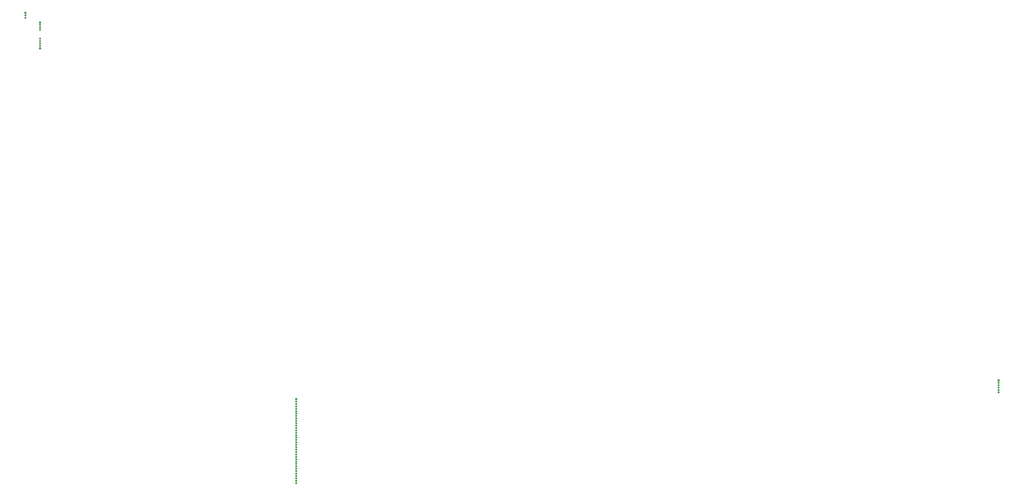
<source format=gbr>
%TF.GenerationSoftware,KiCad,Pcbnew,(6.99.0-3937-g3e53426b6c)*%
%TF.CreationDate,2024-12-16T03:44:05-05:00*%
%TF.ProjectId,AnalogFNN,416e616c-6f67-4464-9e4e-2e6b69636164,rev?*%
%TF.SameCoordinates,Original*%
%TF.FileFunction,Soldermask,Bot*%
%TF.FilePolarity,Negative*%
%FSLAX46Y46*%
G04 Gerber Fmt 4.6, Leading zero omitted, Abs format (unit mm)*
G04 Created by KiCad (PCBNEW (6.99.0-3937-g3e53426b6c)) date 2024-12-16 03:44:05*
%MOMM*%
%LPD*%
G01*
G04 APERTURE LIST*
%ADD10R,0.850000X0.850000*%
%ADD11O,0.850000X0.850000*%
G04 APERTURE END LIST*
D10*
%TO.C,SW1*%
X126899999Y-27699999D03*
D11*
X126899999Y-28699999D03*
X126899999Y-29699999D03*
%TD*%
D10*
%TO.C,J2*%
X132999999Y-42499999D03*
D11*
X132999999Y-41499999D03*
X132999999Y-40499999D03*
X132999999Y-39499999D03*
X132999999Y-38499999D03*
%TD*%
D10*
%TO.C,J1*%
X133031399Y-31767999D03*
D11*
X133031399Y-32767999D03*
X133031399Y-33767999D03*
X133031399Y-34767999D03*
%TD*%
D10*
%TO.C,J4*%
X532199999Y-180899999D03*
D11*
X532199999Y-181899999D03*
X532199999Y-182899999D03*
X532199999Y-183899999D03*
X532199999Y-184899999D03*
X532199999Y-185899999D03*
%TD*%
D10*
%TO.C,J3*%
X239699999Y-188699999D03*
D11*
X239699999Y-189699999D03*
X239699999Y-190699999D03*
X239699999Y-191699999D03*
X239699999Y-192699999D03*
X239699999Y-193699999D03*
X239699999Y-194699999D03*
X239699999Y-195699999D03*
X239699999Y-196699999D03*
X239699999Y-197699999D03*
X239699999Y-198699999D03*
X239699999Y-199699999D03*
X239699999Y-200699999D03*
X239699999Y-201699999D03*
X239699999Y-202699999D03*
X239699999Y-203699999D03*
X239699999Y-204699999D03*
X239699999Y-205699999D03*
X239699999Y-206699999D03*
X239699999Y-207699999D03*
X239699999Y-208699999D03*
X239699999Y-209699999D03*
X239699999Y-210699999D03*
X239699999Y-211699999D03*
X239699999Y-212699999D03*
X239699999Y-213699999D03*
X239699999Y-214699999D03*
X239699999Y-215699999D03*
X239699999Y-216699999D03*
X239699999Y-217699999D03*
X239699999Y-218699999D03*
X239699999Y-219699999D03*
X239699999Y-220699999D03*
X239699999Y-221699999D03*
X239699999Y-222699999D03*
X239699999Y-223699999D03*
%TD*%
M02*

</source>
